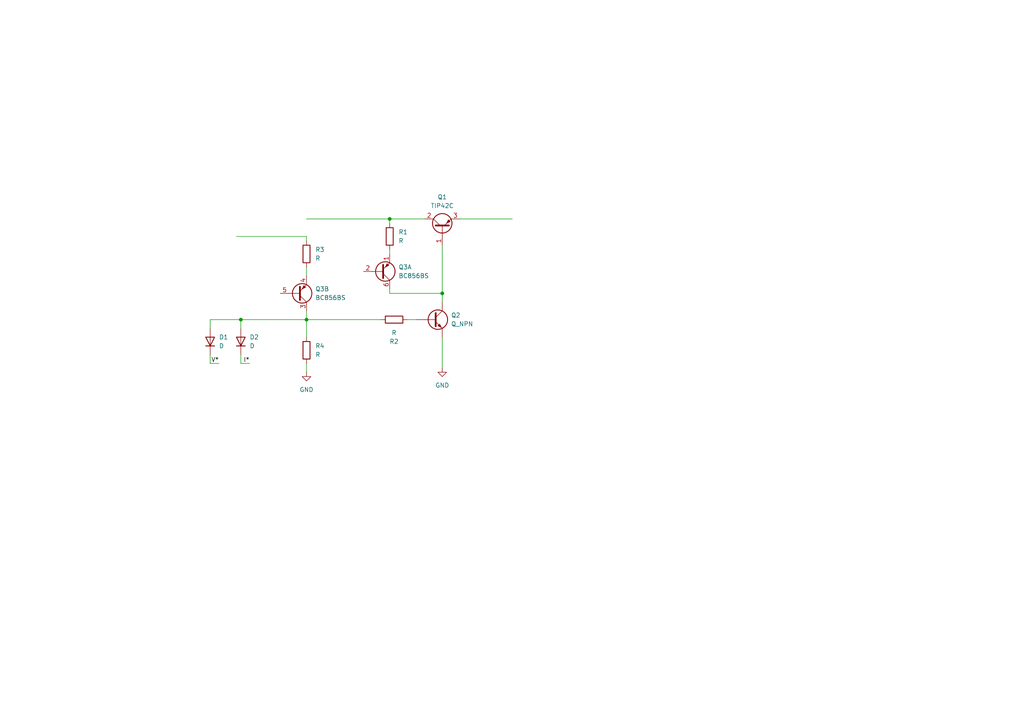
<source format=kicad_sch>
(kicad_sch (version 20250114) (generator "eeschema") (generator_version "9.0")
  (paper "A4")
  (lib_symbols
    (symbol "03_GenericPassives:Res_0805" (pin_numbers (hide yes)) (pin_names (offset 0))
      (property "Reference" "R" (at 2.032 0 90))
      (property "Value" "R" (at 0 0 90))
      (symbol "Res_0805_0_1"
        (rectangle (start -1.016 -2.54) (end 1.016 2.54) (stroke (width 0.254)))
      )
      (symbol "Res_0805_1_1"
        (pin passive line (at 0 3.81 270) (length 1.27) (name "~") (number "1"))
        (pin passive line (at 0 -3.81 90) (length 1.27) (name "~") (number "2"))
      )
    )
    (symbol "Device:D" (pin_numbers (hide yes)) (pin_names (offset 1.016) (hide yes))
      (property "Reference" "D" (at 0 2.54 0))
      (property "Value" "D" (at 0 -2.54 0))
      (symbol "D_0_1"
        (polyline (pts (xy -1.27 1.27) (xy -1.27 -1.27)) (stroke (width 0.254)))
        (polyline (pts (xy 1.27 1.27) (xy 1.27 -1.27) (xy -1.27 0) (xy 1.27 1.27)) (stroke (width 0.254)))
        (polyline (pts (xy 1.27 0) (xy -1.27 0)))
      )
      (symbol "D_1_1"
        (pin passive line (at -3.81 0 0) (length 2.54) (name "K") (number "1"))
        (pin passive line (at 3.81 0 180) (length 2.54) (name "A") (number "2"))
      )
    )
    (symbol "Device:Q_NPN" (pin_numbers (hide yes)) (pin_names (offset 0) (hide yes))
      (property "Reference" "Q" (at 5.08 1.27 0))
      (property "Value" "Q_NPN" (at 5.08 -1.27 0))
      (symbol "Q_NPN_0_1"
        (polyline (pts (xy -2.54 0) (xy 0.635 0)))
        (polyline (pts (xy 0.635 1.905) (xy 0.635 -1.905)) (stroke (width 0.508)))
        (polyline (pts (xy 0.635 0.635) (xy 2.54 2.54)))
        (polyline (pts (xy 0.635 -0.635) (xy 2.54 -2.54)))
        (circle (center 1.27 0) (radius 2.8194) (stroke (width 0.254)))
        (polyline (pts (xy 1.27 -1.778) (xy 1.778 -1.27) (xy 2.286 -2.286) (xy 1.27 -1.778)) (fill (type outline)))
      )
      (symbol "Q_NPN_1_1"
        (pin input line (at -5.08 0 0) (length 2.54) (name "B") (number "B"))
        (pin passive line (at 2.54 5.08 270) (length 2.54) (name "C") (number "C"))
        (pin passive line (at 2.54 -5.08 90) (length 2.54) (name "E") (number "E"))
      )
    )
    (symbol "Transistor_BJT:BC856BS" (pin_names (offset 0) (hide yes))
      (property "Reference" "Q" (at 5.08 1.27 0))
      (property "Value" "BC856BS" (at 5.08 -1.27 0))
      (symbol "BC856BS_0_1"
        (polyline (pts (xy 0.635 1.905) (xy 0.635 -1.905)) (stroke (width 0.508)))
        (polyline (pts (xy 0.635 0.635) (xy 2.54 2.54)))
        (polyline (pts (xy 0.635 0) (xy -2.54 0)))
        (polyline (pts (xy 0.635 -0.635) (xy 2.54 -2.54)))
        (circle (center 1.27 0) (radius 2.8194) (stroke (width 0.254)))
        (polyline (pts (xy 2.286 -1.778) (xy 1.778 -2.286) (xy 1.27 -1.27) (xy 2.286 -1.778)) (fill (type outline)))
      )
      (symbol "BC856BS_1_1"
        (pin input line (at -5.08 0 0) (length 2.54) (name "B1") (number "2"))
        (pin passive line (at 2.54 5.08 270) (length 2.54) (name "C1") (number "6"))
        (pin passive line (at 2.54 -5.08 90) (length 2.54) (name "E1") (number "1"))
      )
      (symbol "BC856BS_2_1"
        (pin input line (at -5.08 0 0) (length 2.54) (name "B2") (number "5"))
        (pin passive line (at 2.54 5.08 270) (length 2.54) (name "C2") (number "3"))
        (pin passive line (at 2.54 -5.08 90) (length 2.54) (name "E2") (number "4"))
      )
    )
    (symbol "Transistor_BJT:TIP42C" (pin_names (offset 0) (hide yes))
      (property "Reference" "Q" (at 6.35 1.905 0))
      (property "Value" "TIP42C" (at 6.35 0 0))
      (symbol "TIP42C_0_1"
        (polyline (pts (xy -2.54 0) (xy 0.635 0)))
        (polyline (pts (xy 0.635 1.905) (xy 0.635 -1.905)) (stroke (width 0.508)))
        (polyline (pts (xy 0.635 0.635) (xy 2.54 2.54)))
        (polyline (pts (xy 0.635 -0.635) (xy 2.54 -2.54)))
        (circle (center 1.27 0) (radius 2.8194) (stroke (width 0.254)))
        (polyline (pts (xy 2.286 -1.778) (xy 1.778 -2.286) (xy 1.27 -1.27) (xy 2.286 -1.778)) (fill (type outline)))
      )
      (symbol "TIP42C_1_1"
        (pin input line (at -5.08 0 0) (length 2.54) (name "B") (number "1"))
        (pin passive line (at 2.54 5.08 270) (length 2.54) (name "C") (number "2"))
        (pin passive line (at 2.54 -5.08 90) (length 2.54) (name "E") (number "3"))
      )
    )
    (symbol "power:GND" (power) (pin_numbers (hide yes)) (pin_names (offset 0) (hide yes))
      (property "Value" "GND" (at 0 -3.81 0))
      (symbol "GND_0_1"
        (polyline (pts (xy 0 0) (xy 0 -1.27) (xy 1.27 -1.27) (xy 0 -2.54) (xy -1.27 -1.27) (xy 0 -1.27)))
      )
      (symbol "GND_1_1"
        (pin power_in line (at 0 0 270) (length 0) (name "~") (number "1"))
      )
    )
  )
  (junction (at 69.85 92.71))
  (junction (at 128.27 85.09))
  (junction (at 113.03 63.5))
  (junction (at 88.9 92.71))
  (wire (pts (xy 69.85 105.41) (xy 72.39 105.41)))
  (wire (pts (xy 88.9 92.71) (xy 88.9 97.79)))
  (wire (pts (xy 88.9 69.85) (xy 88.9 68.58)))
  (wire (pts (xy 60.96 95.25) (xy 60.96 92.71)))
  (wire (pts (xy 69.85 92.71) (xy 88.9 92.71)))
  (wire (pts (xy 69.85 102.87) (xy 69.85 105.41)))
  (wire (pts (xy 128.27 71.12) (xy 128.27 85.09)))
  (wire (pts (xy 113.03 63.5) (xy 113.03 64.77)))
  (wire (pts (xy 133.35 63.5) (xy 148.59 63.5)))
  (wire (pts (xy 113.03 83.82) (xy 113.03 85.09)))
  (wire (pts (xy 113.03 72.39) (xy 113.03 73.66)))
  (wire (pts (xy 88.9 90.17) (xy 88.9 92.71)))
  (wire (pts (xy 88.9 63.5) (xy 113.03 63.5)))
  (wire (pts (xy 113.03 63.5) (xy 123.19 63.5)))
  (wire (pts (xy 128.27 97.79) (xy 128.27 106.68)))
  (wire (pts (xy 60.96 92.71) (xy 69.85 92.71)))
  (wire (pts (xy 118.11 92.71) (xy 120.65 92.71)))
  (wire (pts (xy 113.03 85.09) (xy 128.27 85.09)))
  (wire (pts (xy 88.9 77.47) (xy 88.9 80.01)))
  (wire (pts (xy 60.96 102.87) (xy 60.96 105.41)))
  (wire (pts (xy 68.58 68.58) (xy 88.9 68.58)))
  (wire (pts (xy 69.85 92.71) (xy 69.85 95.25)))
  (wire (pts (xy 88.9 105.41) (xy 88.9 107.95)))
  (wire (pts (xy 88.9 92.71) (xy 110.49 92.71)))
  (wire (pts (xy 60.96 105.41) (xy 63.5 105.41)))
  (wire (pts (xy 128.27 85.09) (xy 128.27 87.63)))
  (label "V*" (at 63.5 105.41 180))
  (label "I*" (at 72.39 105.41 180))
  (symbol (lib_id "03_GenericPassives:Res_0805") (at 88.9 101.6 0) (unit 1)
    (property "Reference" "R4" (at 91.44 100.3299 0) (effects (justify left)))
    (property "Value" "R" (at 91.44 102.8699 0) (effects (justify left)))
    (property "Footprint" "Resistor_SMD:R_0805_2012Metric" (effects (hide yes)))
    (property "Description" "Resistor 0805 Package" (effects (hide yes)))
    (property "Mount" "SMD" (effects (hide yes)))
    (property "Package" "0805" (effects (hide yes)))
  )
  (symbol (lib_id "power:GND") (at 88.9 107.95 0) (unit 1)
    (property "Reference" "#PWR02" (effects (hide yes)))
    (property "Value" "GND" (at 88.9 113.03 0))
    (property "Description" "Power symbol creates a global label with name \"GND\" , ground" (effects (hide yes)))
  )
  (symbol (lib_id "Transistor_BJT:BC856BS") (at 110.49 78.74 0) (mirror x) (unit 1)
    (property "Reference" "Q3" (at 115.57 77.4699 0) (effects (justify left)))
    (property "Value" "BC856BS" (at 115.57 80.0099 0) (effects (justify left)))
    (property "Footprint" "Package_TO_SOT_SMD:SOT-363_SC-70-6" (effects (hide yes)))
    (property "Datasheet" "https://assets.nexperia.com/documents/data-sheet/BC856BS.pdf" (effects (hide yes)))
    (property "Description" "100mA IC, 65V Vce, Dual PNP/PNP Transistors, SOT-363" (effects (hide yes)))
  )
  (symbol (lib_id "Device:D") (at 69.85 99.06 90) (unit 1)
    (property "Reference" "D2" (at 72.39 97.7899 90) (effects (justify right)))
    (property "Value" "D" (at 72.39 100.3299 90) (effects (justify right)))
    (property "Description" "Diode" (effects (hide yes)))
    (property "Sim.Device" "D" (effects (hide yes)))
    (property "Sim.Pins" "1=K 2=A" (effects (hide yes)))
  )
  (symbol (lib_id "power:GND") (at 128.27 106.68 0) (unit 1)
    (property "Reference" "#PWR01" (effects (hide yes)))
    (property "Value" "GND" (at 128.27 111.76 0))
    (property "Description" "Power symbol creates a global label with name \"GND\" , ground" (effects (hide yes)))
  )
  (symbol (lib_id "Transistor_BJT:TIP42C") (at 128.27 66.04 90) (unit 1)
    (property "Reference" "Q1" (at 128.27 57.15 90))
    (property "Value" "TIP42C" (at 128.27 59.69 90))
    (property "Footprint" "Package_TO_SOT_THT:TO-220-3_Vertical" (effects (hide yes)))
    (property "Datasheet" "https://www.centralsemi.com/get_document.php?cmp=1&mergetype=pd&mergepath=pd&pdf_id=TIP42.PDF" (effects (hide yes)))
    (property "Description" "-6A Ic, -100V Vce, Power PNP Transistor, TO-220" (effects (hide yes)))
    (property "Sim.Device" "PNP" (effects (hide yes)))
    (property "Sim.Pins" "1=B 2=C 3=E" (effects (hide yes)))
  )
  (symbol (lib_id "Device:D") (at 60.96 99.06 90) (unit 1)
    (property "Reference" "D1" (at 63.5 97.7899 90) (effects (justify right)))
    (property "Value" "D" (at 63.5 100.3299 90) (effects (justify right)))
    (property "Description" "Diode" (effects (hide yes)))
    (property "Sim.Device" "D" (effects (hide yes)))
    (property "Sim.Pins" "1=K 2=A" (effects (hide yes)))
  )
  (symbol (lib_id "03_GenericPassives:Res_0805") (at 88.9 73.66 0) (unit 1)
    (property "Reference" "R3" (at 91.44 72.3899 0) (effects (justify left)))
    (property "Value" "R" (at 91.44 74.9299 0) (effects (justify left)))
    (property "Footprint" "Resistor_SMD:R_0805_2012Metric" (effects (hide yes)))
    (property "Description" "Resistor 0805 Package" (effects (hide yes)))
    (property "Mount" "SMD" (effects (hide yes)))
    (property "Package" "0805" (effects (hide yes)))
  )
  (symbol (lib_id "Transistor_BJT:BC856BS") (at 86.36 85.09 0) (mirror x) (unit 2)
    (property "Reference" "Q3" (at 91.44 83.8199 0) (effects (justify left)))
    (property "Value" "BC856BS" (at 91.44 86.3599 0) (effects (justify left)))
    (property "Footprint" "Package_TO_SOT_SMD:SOT-363_SC-70-6" (effects (hide yes)))
    (property "Datasheet" "https://assets.nexperia.com/documents/data-sheet/BC856BS.pdf" (effects (hide yes)))
    (property "Description" "100mA IC, 65V Vce, Dual PNP/PNP Transistors, SOT-363" (effects (hide yes)))
  )
  (symbol (lib_id "03_GenericPassives:Res_0805") (at 113.03 68.58 0) (unit 1)
    (property "Reference" "R1" (at 115.57 67.3099 0) (effects (justify left)))
    (property "Value" "R" (at 115.57 69.8499 0) (effects (justify left)))
    (property "Footprint" "Resistor_SMD:R_0805_2012Metric" (effects (hide yes)))
    (property "Description" "Resistor 0805 Package" (effects (hide yes)))
    (property "Mount" "SMD" (effects (hide yes)))
    (property "Package" "0805" (effects (hide yes)))
  )
  (symbol (lib_id "Device:Q_NPN") (at 125.73 92.71 0) (unit 1)
    (property "Reference" "Q2" (at 130.81 91.4399 0) (effects (justify left)))
    (property "Value" "Q_NPN" (at 130.81 93.9799 0) (effects (justify left)))
    (property "Description" "NPN bipolar junction transistor" (effects (hide yes)))
  )
  (symbol (lib_id "03_GenericPassives:Res_0805") (at 114.3 92.71 90) (mirror x) (unit 1)
    (property "Reference" "R2" (at 114.3 99.06 90))
    (property "Value" "R" (at 114.3 96.52 90))
    (property "Footprint" "Resistor_SMD:R_0805_2012Metric" (effects (hide yes)))
    (property "Description" "Resistor 0805 Package" (effects (hide yes)))
    (property "Mount" "SMD" (effects (hide yes)))
    (property "Package" "0805" (effects (hide yes)))
  )
)
</source>
